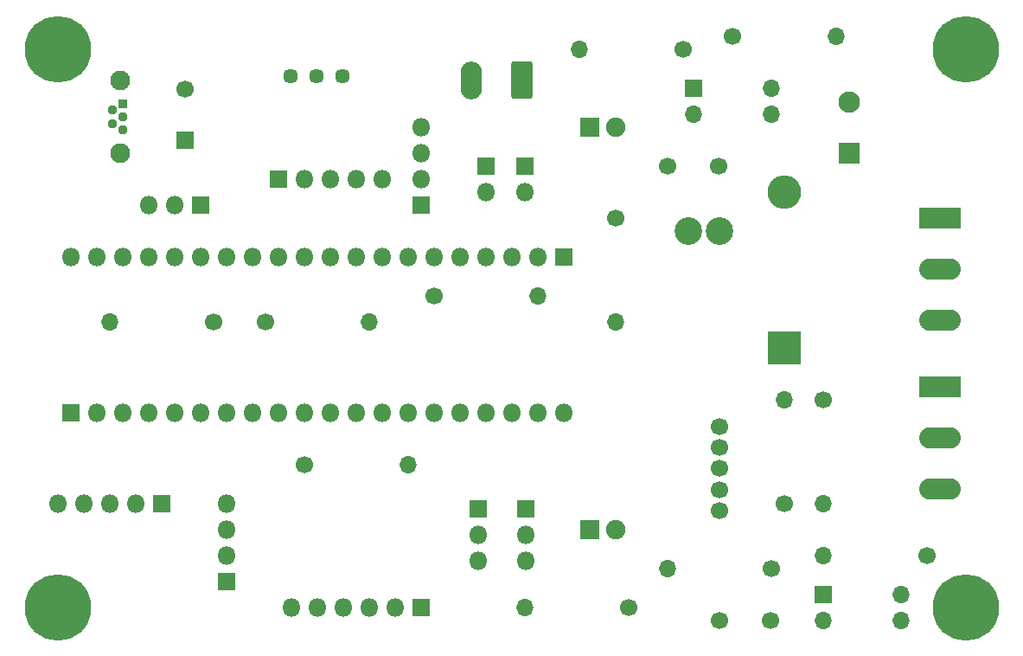
<source format=gbr>
G04 #@! TF.GenerationSoftware,KiCad,Pcbnew,(5.1.6)-1*
G04 #@! TF.CreationDate,2021-03-23T21:18:41+01:00*
G04 #@! TF.ProjectId,MotoGymkhanaRaceTiming,4d6f746f-4779-46d6-9b68-616e61526163,2*
G04 #@! TF.SameCoordinates,Original*
G04 #@! TF.FileFunction,Soldermask,Bot*
G04 #@! TF.FilePolarity,Negative*
%FSLAX46Y46*%
G04 Gerber Fmt 4.6, Leading zero omitted, Abs format (unit mm)*
G04 Created by KiCad (PCBNEW (5.1.6)-1) date 2021-03-23 21:18:41*
%MOMM*%
%LPD*%
G01*
G04 APERTURE LIST*
%ADD10C,1.450000*%
%ADD11O,2.100000X3.700000*%
%ADD12O,1.800000X1.800000*%
%ADD13R,1.800000X1.800000*%
%ADD14O,4.060000X2.080000*%
%ADD15R,4.060000X2.080000*%
%ADD16C,0.900000*%
%ADD17C,6.500000*%
%ADD18C,1.700000*%
%ADD19R,1.700000X1.700000*%
%ADD20C,2.100000*%
%ADD21R,2.100000X2.100000*%
%ADD22O,1.700000X1.700000*%
%ADD23C,1.700200*%
%ADD24C,2.700000*%
%ADD25C,1.950000*%
%ADD26C,0.940000*%
%ADD27R,0.940000X0.940000*%
%ADD28C,1.900000*%
%ADD29R,1.900000X1.900000*%
%ADD30O,3.300000X3.300000*%
%ADD31R,3.300000X3.300000*%
G04 APERTURE END LIST*
D10*
X62158000Y-34370000D03*
X64698000Y-34370000D03*
X67238000Y-34370000D03*
D11*
X79836000Y-34798000D03*
G36*
G01*
X85886000Y-33210500D02*
X85886000Y-36385500D01*
G75*
G02*
X85623500Y-36648000I-262500J0D01*
G01*
X84048500Y-36648000D01*
G75*
G02*
X83786000Y-36385500I0J262500D01*
G01*
X83786000Y-33210500D01*
G75*
G02*
X84048500Y-32948000I262500J0D01*
G01*
X85623500Y-32948000D01*
G75*
G02*
X85886000Y-33210500I0J-262500D01*
G01*
G37*
D12*
X62230000Y-86360000D03*
X64770000Y-86360000D03*
X67310000Y-86360000D03*
X69850000Y-86360000D03*
X72390000Y-86360000D03*
D13*
X74930000Y-86360000D03*
D12*
X74930000Y-39370000D03*
X74930000Y-41910000D03*
X74930000Y-44450000D03*
D13*
X74930000Y-46990000D03*
D14*
X125730000Y-58260000D03*
X125730000Y-53260000D03*
D15*
X125730000Y-48260000D03*
D14*
X125730000Y-74770000D03*
X125730000Y-69770000D03*
D15*
X125730000Y-64770000D03*
D12*
X55880000Y-76200000D03*
X55880000Y-78740000D03*
X55880000Y-81280000D03*
D13*
X55880000Y-83820000D03*
D12*
X39370000Y-76200000D03*
X41910000Y-76200000D03*
X44450000Y-76200000D03*
X46990000Y-76200000D03*
D13*
X49530000Y-76200000D03*
D12*
X71120000Y-44450000D03*
X68580000Y-44450000D03*
X66040000Y-44450000D03*
X63500000Y-44450000D03*
D13*
X60960000Y-44450000D03*
D16*
X41067056Y-30052944D03*
X39370000Y-29350000D03*
X37672944Y-30052944D03*
X36970000Y-31750000D03*
X37672944Y-33447056D03*
X39370000Y-34150000D03*
X41067056Y-33447056D03*
X41770000Y-31750000D03*
D17*
X39370000Y-31750000D03*
D18*
X51816000Y-35640000D03*
D19*
X51816000Y-40640000D03*
D16*
X41067056Y-84662944D03*
X39370000Y-83960000D03*
X37672944Y-84662944D03*
X36970000Y-86360000D03*
X37672944Y-88057056D03*
X39370000Y-88760000D03*
X41067056Y-88057056D03*
X41770000Y-86360000D03*
D17*
X39370000Y-86360000D03*
D16*
X129967056Y-84662944D03*
X128270000Y-83960000D03*
X126572944Y-84662944D03*
X125870000Y-86360000D03*
X126572944Y-88057056D03*
X128270000Y-88760000D03*
X129967056Y-88057056D03*
X130670000Y-86360000D03*
D17*
X128270000Y-86360000D03*
D16*
X129967056Y-30052944D03*
X128270000Y-29350000D03*
X126572944Y-30052944D03*
X125870000Y-31750000D03*
X126572944Y-33447056D03*
X128270000Y-34150000D03*
X129967056Y-33447056D03*
X130670000Y-31750000D03*
D17*
X128270000Y-31750000D03*
D20*
X116840000Y-36910000D03*
D21*
X116840000Y-41910000D03*
D22*
X115570000Y-30480000D03*
D18*
X105410000Y-30480000D03*
D12*
X80565001Y-81835001D03*
X80565001Y-79295001D03*
D13*
X80565001Y-76755001D03*
D23*
X104140000Y-68692800D03*
X104140000Y-70744600D03*
X104140000Y-72796400D03*
X104140000Y-74848200D03*
X104140000Y-76900000D03*
D24*
X101140000Y-49530000D03*
X104140000Y-49530000D03*
D18*
X104060000Y-43180000D03*
X99060000Y-43180000D03*
X109140000Y-87630000D03*
X104140000Y-87630000D03*
D22*
X93980000Y-58420000D03*
D18*
X93980000Y-48260000D03*
D22*
X86360000Y-55880000D03*
D18*
X76200000Y-55880000D03*
D22*
X114300000Y-76200000D03*
D18*
X114300000Y-66040000D03*
D22*
X110490000Y-66040000D03*
D18*
X110490000Y-76200000D03*
D12*
X85090000Y-45720000D03*
D13*
X85090000Y-43180000D03*
D12*
X81280000Y-45720000D03*
D13*
X81280000Y-43180000D03*
D12*
X48260000Y-46990000D03*
X50800000Y-46990000D03*
D13*
X53340000Y-46990000D03*
D12*
X85215001Y-81835001D03*
X85215001Y-79295001D03*
D13*
X85215001Y-76755001D03*
D22*
X121920000Y-85090000D03*
X114300000Y-87630000D03*
X121920000Y-87630000D03*
D19*
X114300000Y-85090000D03*
D22*
X109220000Y-35560000D03*
X101600000Y-38100000D03*
X109220000Y-38100000D03*
D19*
X101600000Y-35560000D03*
D22*
X73660000Y-72390000D03*
D18*
X63500000Y-72390000D03*
D22*
X44450000Y-58420000D03*
D18*
X54610000Y-58420000D03*
D22*
X69850000Y-58420000D03*
D18*
X59690000Y-58420000D03*
D22*
X114300000Y-81280000D03*
D18*
X124460000Y-81280000D03*
D22*
X99060000Y-82550000D03*
D18*
X109220000Y-82550000D03*
D22*
X85090000Y-86360000D03*
D18*
X95250000Y-86360000D03*
X100584000Y-31750000D03*
D22*
X90424000Y-31750000D03*
D25*
X45500000Y-41959000D03*
X45500000Y-34809000D03*
D26*
X45720000Y-39684000D03*
X44720000Y-39034000D03*
X45720000Y-38384000D03*
X44720000Y-37734000D03*
D27*
X45720000Y-37084000D03*
D12*
X40640000Y-52070000D03*
X43180000Y-52070000D03*
X45720000Y-52070000D03*
X48260000Y-52070000D03*
X50800000Y-52070000D03*
X53340000Y-52070000D03*
X55880000Y-52070000D03*
X58420000Y-52070000D03*
X60960000Y-52070000D03*
X63500000Y-52070000D03*
X66040000Y-52070000D03*
X68580000Y-52070000D03*
X71120000Y-52070000D03*
X73660000Y-52070000D03*
X76200000Y-52070000D03*
X78740000Y-52070000D03*
X81280000Y-52070000D03*
X83820000Y-52070000D03*
X86360000Y-52070000D03*
D13*
X88900000Y-52070000D03*
D12*
X88900000Y-67310000D03*
X86360000Y-67310000D03*
X83820000Y-67310000D03*
X81280000Y-67310000D03*
X78740000Y-67310000D03*
X76200000Y-67310000D03*
X73660000Y-67310000D03*
X71120000Y-67310000D03*
X68580000Y-67310000D03*
X66040000Y-67310000D03*
X63500000Y-67310000D03*
X60960000Y-67310000D03*
X58420000Y-67310000D03*
X55880000Y-67310000D03*
X53340000Y-67310000D03*
X50800000Y-67310000D03*
X48260000Y-67310000D03*
X45720000Y-67310000D03*
X43180000Y-67310000D03*
D13*
X40640000Y-67310000D03*
D28*
X93980000Y-39370000D03*
D29*
X91440000Y-39370000D03*
D28*
X93980000Y-78740000D03*
D29*
X91440000Y-78740000D03*
D30*
X110490000Y-45720000D03*
D31*
X110490000Y-60960000D03*
M02*

</source>
